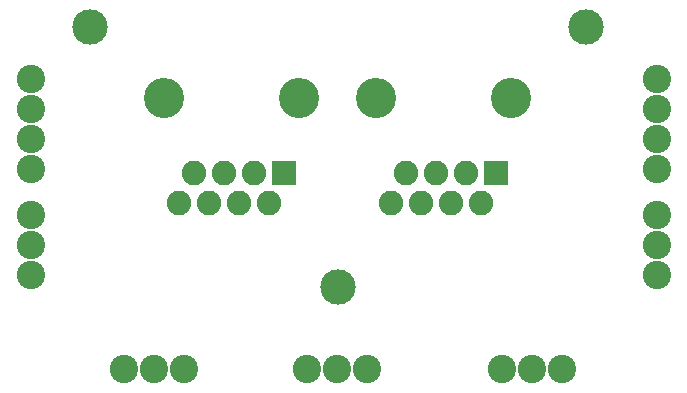
<source format=gbr>
G04 EAGLE Gerber RS-274X export*
G75*
%MOMM*%
%FSLAX34Y34*%
%LPD*%
%INSoldermask Top*%
%IPPOS*%
%AMOC8*
5,1,8,0,0,1.08239X$1,22.5*%
G01*
%ADD10C,2.082800*%
%ADD11R,2.082800X2.082800*%
%ADD12C,3.403200*%
%ADD13C,3.003200*%
%ADD14C,2.403200*%


D10*
X305550Y801100D03*
X318250Y826500D03*
X330950Y801100D03*
X356350Y801100D03*
X381750Y801100D03*
X343650Y826500D03*
X369050Y826500D03*
D11*
X394450Y826500D03*
D12*
X407150Y890000D03*
X292850Y890000D03*
D13*
X230000Y950000D03*
X650000Y950000D03*
X440000Y730000D03*
D14*
X180000Y740000D03*
X180000Y765400D03*
X180000Y790800D03*
X710000Y740000D03*
X710000Y765400D03*
X710000Y790800D03*
X180000Y830000D03*
X180000Y855400D03*
X180000Y880800D03*
X180000Y906200D03*
X710000Y830000D03*
X710000Y855400D03*
X710000Y880800D03*
X710000Y906200D03*
D10*
X485550Y801100D03*
X498250Y826500D03*
X510950Y801100D03*
X536350Y801100D03*
X561750Y801100D03*
X523650Y826500D03*
X549050Y826500D03*
D11*
X574450Y826500D03*
D12*
X587150Y890000D03*
X472850Y890000D03*
D14*
X465000Y660000D03*
X439600Y660000D03*
X414200Y660000D03*
X630000Y660000D03*
X604600Y660000D03*
X579200Y660000D03*
X310000Y660000D03*
X284600Y660000D03*
X259200Y660000D03*
M02*

</source>
